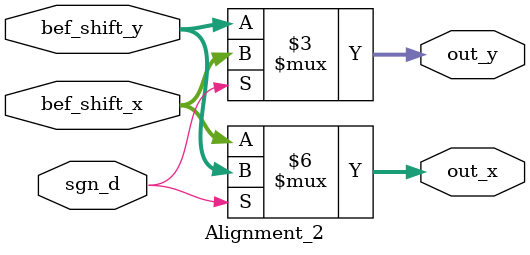
<source format=v>
module Alignment_2 (bef_shift_x , bef_shift_y , sgn_d , out_x , out_y);
input [23:0]bef_shift_x , bef_shift_y;
input sgn_d;
output reg [23:0]out_x , out_y;
always@(*)
begin
    if(sgn_d)						//SWAP bloc;
			begin		
				out_x = bef_shift_y;					
				out_y = bef_shift_x;
			end 
		else 
			begin
				out_x = bef_shift_x;
				out_y = bef_shift_y;
			end
end
endmodule
</source>
